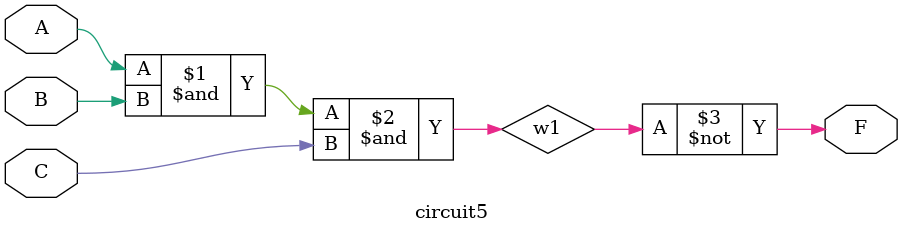
<source format=v>
module circuit5(
    input A,
    input B,
    input C,
    output F
);
    wire w1;
    and (w1, A, B, C); // w1 = A AND B AND C
    not (F, w1);       // F = NOT w1
endmodule

</source>
